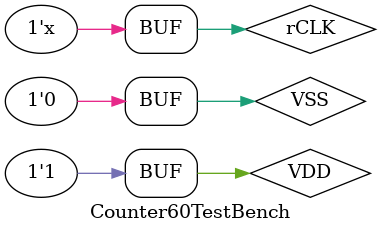
<source format=v>
`timescale 1ns / 1ps


module Counter60TestBench();
    reg rCLK;
    parameter pHalfT = 50;
    
    supply0 VSS;
    supply1 VDD;
    wire[3:0] wN1, wN0;
    wire wC;
    
    Counter60 Cnt60
    (
        .wClock(rCLK),
        .wMode(VDD),
        .wUp(VDD),
        .rNumber1(wN1),
        .rNumber0(wN0),
        .rCarry(wC)
    );
    
    initial
    begin
        rCLK = 1'b0;
    end
    
    always
    begin
        #pHalfT rCLK <= ~rCLK;
    end
    
endmodule

</source>
